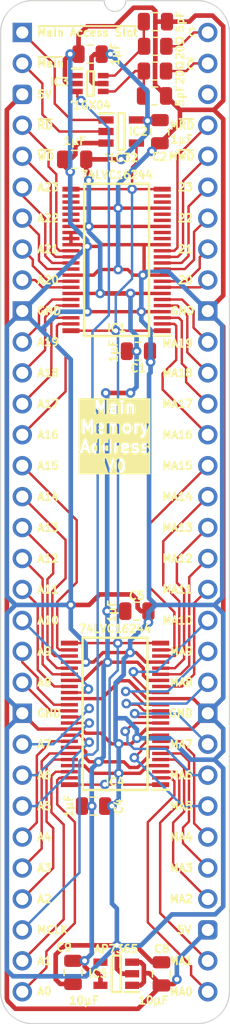
<source format=kicad_pcb>
(kicad_pcb (version 20241229) (generator "pcbnew") (generator_version "9.0")
  (title_block (title "Main Memory Address") (date "2024-02-15") (rev "V0"))
  (layers (0 "F.Cu" signal) (2 "B.Cu" signal) (13 "F.Paste" user) (15 "B.Paste" user) (5 "F.SilkS" user "F.Silkscreen") (7 "B.SilkS" user "B.Silkscreen") (1 "F.Mask" user) (3 "B.Mask" user) (25 "Edge.Cuts" user))
  (net 0 "")
  (net 1 "GND")
  (net 2 "5V")
  (net 3 "/3.3V")
  (net 6 "MA18")
  (net 7 "A20")
  (net 8 "~{RD}")
  (net 9 "MA21")
  (net 10 "A22")
  (net 11 "MA17")
  (net 12 "A18")
  (net 13 "MA22")
  (net 14 "A19")
  (net 15 "MA16")
  (net 16 "A16")
  (net 17 "~{WD}")
  (net 18 "MA19")
  (net 19 "~{Main RD}")
  (net 20 "MA20")
  (net 21 "~{Main WD}")
  (net 22 "/~{Main Access}")
  (net 23 "A23")
  (net 24 "A17")
  (net 25 "A21")
  (net 26 "MA23")
  (net 27 "~{Main Slot}")
  (net 28 "~{Main}")
  (net 30 "A14")
  (net 31 "MA4")
  (net 32 "A5")
  (net 33 "A15")
  (net 34 "MA13")
  (net 35 "A12")
  (net 36 "MA11")
  (net 37 "A7")
  (net 38 "A8")
  (net 39 "MA1")
  (net 40 "MA10")
  (net 41 "MA0")
  (net 42 "MA9")
  (net 43 "MA5")
  (net 44 "A4")
  (net 45 "MA15")
  (net 46 "A3")
  (net 47 "A1")
  (net 48 "A2")
  (net 49 "MA8")
  (net 50 "A11")
  (net 51 "A0")
  (net 52 "MA14")
  (net 53 "A10")
  (net 54 "MA6")
  (net 55 "A6")
  (net 56 "A9")
  (net 57 "MA12")
  (net 58 "MA2")
  (net 59 "MA3")
  (net 60 "A13")
  (net 61 "Net-(IC3-~{Y})")
  (net 64 "MA7")
  (net 68 "Net-(IC3-Y)")
  (net 69 "MCLK")
  (net 71 "CLK")
  (net 72 "~{CLK}")
  (footprint "SamacSys_Parts:R_0805" (layer "F.Cu") (at 10.8985 3.175 -90)
    (property "Reference" "R2" (hide yes))
    (property "Value" "20Ω")
  )
  (footprint "SamacSys_Parts:SOT95P275X110-5N" (layer "F.Cu") (at 8.128 8.128)
    (property "Reference" "IC2")
    (property "Value" "74LVC1G32GV,125" (hide yes))
  )
  (footprint "SamacSys_Parts:C_0805" (layer "F.Cu") (at 9.398 47.498 -90)
    (property "Reference" "C5")
    (property "Value" "1μF")
  )
  (footprint "SamacSys_Parts:C_0805" (layer "F.Cu") (at 10.922 -0.889 -90)
    (property "Reference" "C10" (hide yes))
    (property "Value" "5pF")
  )
  (footprint "SamacSys_Parts:C_0805" (layer "F.Cu") (at 11.430485 77.2864)
    (property "Reference" "C8")
    (property "Value" "10µF")
  )
  (footprint "SamacSys_Parts:SOP65P210X110-6N" (layer "F.Cu") (at 5.588 4.191)
    (property "Reference" "IC3")
    (property "Value" "74LVC1GX04GW,125" (hide yes))
  )
  (footprint "SamacSys_Parts:R_0805" (layer "F.Cu") (at 10.922 1.143 -90)
    (property "Reference" "R1" (hide yes))
    (property "Value" "20Ω")
  )
  (footprint "SamacSys_Parts:C_0805" (layer "F.Cu") (at 5.588 1.778 90)
    (property "Reference" "C6" (hide yes))
    (property "Value" "1μF")
  )
  (footprint "SamacSys_Parts:DIP-64_Board_W15.24mm" (layer "F.Cu") (at 0 0)
    (property "Reference" "J2" (hide yes))
    (property "Value" "Board 2x32 W15.24mm")
    (fp_line (start -1.778 78.74) (end -1.778 0) (stroke (width 0.1)) (layer "Edge.Cuts"))
    (fp_line (start 6.727456 -2.6162) (end 0.832188 -2.613732) (stroke (width 0.1)) (layer "Edge.Cuts"))
    (fp_line (start 14.400723 -2.613733) (end 8.505456 -2.6162) (stroke (width 0.1)) (layer "Edge.Cuts"))
    (fp_line (start 14.404268 81.353732) (end 0.835733 81.353733) (stroke (width 0.1)) (layer "Edge.Cuts"))
    (fp_line (start 17.018 78.74) (end 17.017999 -0.000001) (stroke (width 0.1)) (layer "Edge.Cuts"))
    (fp_arc (start -1.781544 0) (mid -1.016 -1.848188) (end 0.832188 -2.613732) (stroke (width 0.1)) (layer "Edge.Cuts"))
    (fp_arc (start 0.835733 81.353733) (mid -1.012456 80.588189) (end -1.778 78.74) (stroke (width 0.1)) (layer "Edge.Cuts"))
    (fp_arc (start 8.505456 -2.6162) (mid 7.616456 -1.7272) (end 6.727456 -2.6162) (stroke (width 0.1)) (layer "Edge.Cuts"))
    (fp_arc (start 14.404267 -2.613733) (mid 16.252455 -1.848189) (end 17.017999 -0.000001) (stroke (width 0.1)) (layer "Edge.Cuts"))
    (fp_arc (start 17.018 78.74) (mid 16.252455 80.588187) (end 14.404268 81.353732) (stroke (width 0.1)) (layer "Edge.Cuts"))
  )
  (footprint "SamacSys_Parts:C_0805" (layer "F.Cu") (at 5.842 63.5 -90)
    (property "Reference" "C4")
    (property "Value" "1μF")
  )
  (footprint "SamacSys_Parts:C_0805" (layer "F.Cu") (at 11.303 8.128 180)
    (property "Reference" "C2")
    (property "Value" "1μF")
  )
  (footprint "SamacSys_Parts:C_0805" (layer "F.Cu") (at 4.318 10.414 90)
    (property "Reference" "C3" (hide yes))
    (property "Value" "1μF")
  )
  (footprint "SamacSys_Parts:74LVC16244ADGG112" (layer "F.Cu") (at 7.747 18.669 180)
    (property "Reference" "IC1")
    (property "Value" "74LVC16244ADGG,112" (hide yes))
  )
  (footprint "SamacSys_Parts:C_0805" (layer "F.Cu") (at 10.845 5.207 -90)
    (property "Reference" "C7" (hide yes))
    (property "Value" "5pF")
  )
  (footprint "SamacSys_Parts:C_0805" (layer "F.Cu") (at 4.166085 77.134 180)
    (property "Reference" "C9")
    (property "Value" "10µF")
  )
  (footprint "SamacSys_Parts:SOT95P285X130-5N" (layer "F.Cu") (at 7.722085 77.261 180)
    (property "Reference" "IC5")
    (property "Value" "AP7365-33WG-7" (hide yes))
  )
  (footprint "SamacSys_Parts:74LVC16244ADGG112" (layer "F.Cu") (at 7.62 55.9308 180)
    (property "Reference" "IC4")
    (property "Value" "74LVC16244ADGG,112" (hide yes))
  )
  (footprint "SamacSys_Parts:C_0805" (layer "F.Cu") (at 9.525 26.162 -90)
    (property "Reference" "C1")
    (property "Value" "1μF")
  )
  (gr_text "A21" (at 1.143 17.78 0) (layer "F.SilkS") (effects (font (size 0.635 0.635)) (justify left)))
  (gr_text "GND" (at 1.143 55.88 0) (layer "F.SilkS") (effects (font (size 0.635 0.635)) (justify left)))
  (gr_text "~{WD}" (at 1.143 10.16 0) (layer "F.SilkS") (effects (font (size 0.635 0.635)) (justify left)))
  (gr_text "A13" (at 1.143 40.64 0) (layer "F.SilkS") (effects (font (size 0.635 0.635)) (justify left)))
  (gr_text "GND" (at 14.224 22.86 0) (layer "F.SilkS") (effects (font (size 0.635 0.635)) (justify right)))
  (gr_text "A19" (at 1.143 25.4 0) (layer "F.SilkS") (effects (font (size 0.635 0.635)) (justify left)))
  (gr_text "MA11" (at 14.097 45.72 0) (layer "F.SilkS") (effects (font (size 0.635 0.635)) (justify right)))
  (gr_text "5V" (at 1.143 5.08 0) (layer "F.SilkS") (effects (font (size 0.635 0.635)) (justify left)))
  (gr_text "MA8" (at 14.097 53.34 0) (layer "F.SilkS") (effects (font (size 0.635 0.635)) (justify right)))
  (gr_text "A16" (at 1.143 33.02 0) (layer "F.SilkS") (effects (font (size 0.635 0.635)) (justify left)))
  (gr_text "C" (at 14.351 0 0) (layer "F.SilkS") (effects (font (size 0.635 0.635)) (justify right)))
  (gr_text "MA10" (at 14.097 48.26 0) (layer "F.SilkS") (effects (font (size 0.635 0.635)) (justify right)))
  (gr_text "MA3" (at 14.097 68.58 0) (layer "F.SilkS") (effects (font (size 0.635 0.635)) (justify right)))
  (gr_text "A3" (at 1.143 68.58 0) (layer "F.SilkS") (effects (font (size 0.635 0.635)) (justify left)))
  (gr_text "MA5" (at 14.097 63.5 0) (layer "F.SilkS") (effects (font (size 0.635 0.635)) (justify right)))
  (gr_text "MA9" (at 14.097 50.8 0) (layer "F.SilkS") (effects (font (size 0.635 0.635)) (justify right)))
  (gr_text "A5" (at 1.143 63.5 0) (layer "F.SilkS") (effects (font (size 0.635 0.635)) (justify left)))
  (gr_text "A12" (at 1.143 43.18 0) (layer "F.SilkS") (effects (font (size 0.635 0.635)) (justify left)))
  (gr_text "21" (at 14.097 17.78 0) (layer "F.SilkS") (effects (font (size 0.635 0.635)) (justify right)))
  (gr_text "MA14" (at 14.097 38.1 0) (layer "F.SilkS") (effects (font (size 0.635 0.635)) (justify right)))
  (gr_text "23" (at 14.097 12.7 0) (layer "F.SilkS") (effects (font (size 0.635 0.635)) (justify right)))
  (gr_text "~{RD}" (at 1.143 7.62 0) (layer "F.SilkS") (effects (font (size 0.635 0.635)) (justify left)))
  (gr_text "A18" (at 1.143 27.94 0) (layer "F.SilkS") (effects (font (size 0.635 0.635)) (justify left)))
  (gr_text "A9" (at 1.143 50.8 0) (layer "F.SilkS") (effects (font (size 0.635 0.635)) (justify left)))
  (gr_text "A17" (at 1.143 30.48 0) (layer "F.SilkS") (effects (font (size 0.635 0.635)) (justify left)))
  (gr_text "A10" (at 1.143 48.26 0) (layer "F.SilkS") (effects (font (size 0.635 0.635)) (justify left)))
  (gr_text "M~{WD}" (at 14.224 10.16 0) (layer "F.SilkS") (effects (font (size 0.635 0.635)) (justify right)))
  (gr_text "MA16" (at 14.097 33.02 0) (layer "F.SilkS") (effects (font (size 0.635 0.635)) (justify right)))
  (gr_text "MA4" (at 14.097 66.04 0) (layer "F.SilkS") (effects (font (size 0.635 0.635)) (justify right)))
  (gr_text "MA2" (at 14.097 71.12 0) (layer "F.SilkS") (effects (font (size 0.635 0.635)) (justify right)))
  (gr_text "A4" (at 1.143 66.04 0) (layer "F.SilkS") (effects (font (size 0.635 0.635)) (justify left)))
  (gr_text "MA15" (at 14.097 35.56 0) (layer "F.SilkS") (effects (font (size 0.635 0.635)) (justify right)))
  (gr_text "MA1" (at 14.097 76.2 0) (layer "F.SilkS") (effects (font (size 0.635 0.635)) (justify right)))
  (gr_text "MA19" (at 14.097 25.527 0) (layer "F.SilkS") (effects (font (size 0.635 0.635)) (justify right)))
  (gr_text "A6" (at 1.143 60.96 0) (layer "F.SilkS") (effects (font (size 0.635 0.635)) (justify left)))
  (gr_text "A1" (at 1.143 76.2 0) (layer "F.SilkS") (effects (font (size 0.635 0.635)) (justify left)))
  (gr_text "A7" (at 1.143 58.42 0) (layer "F.SilkS") (effects (font (size 0.635 0.635)) (justify left)))
  (gr_text "A22" (at 1.143 15.24 0) (layer "F.SilkS") (effects (font (size 0.635 0.635)) (justify left)))
  (gr_text "A15" (at 1.143 35.56 0) (layer "F.SilkS") (effects (font (size 0.635 0.635)) (justify left)))
  (gr_text "MCLK" (at 1.143 73.66 0) (layer "F.SilkS") (effects (font (size 0.635 0.635)) (justify left)))
  (gr_text "MA13" (at 14.097 40.64 0) (layer "F.SilkS") (effects (font (size 0.635 0.635)) (justify right)))
  (gr_text "MA12" (at 14.097 43.18 0) (layer "F.SilkS") (effects (font (size 0.635 0.635)) (justify right)))
  (gr_text "5V" (at 13.97 73.66 0) (layer "F.SilkS") (effects (font (size 0.635 0.635)) (justify right)))
  (gr_text "~{Main Access Slot}" (at 1.143 0 0) (layer "F.SilkS") (effects (font (size 0.635 0.635)) (justify left)))
  (gr_text "MA18" (at 14.097 27.94 0) (layer "F.SilkS") (effects (font (size 0.635 0.635)) (justify right)))
  (gr_text "MA17" (at 14.097 30.48 0) (layer "F.SilkS") (effects (font (size 0.635 0.635)) (justify right)))
  (gr_text "A20" (at 1.143 20.32 0) (layer "F.SilkS") (effects (font (size 0.635 0.635)) (justify left)))
  (gr_text "~{C}" (at 14.224 2.667 0) (layer "F.SilkS") (effects (font (size 0.635 0.635)) (justify right)))
  (gr_text "M~{RD}" (at 14.224 7.62 0) (layer "F.SilkS") (effects (font (size 0.635 0.635)) (justify right)))
  (gr_text "A23" (at 1.143 12.7 0) (layer "F.SilkS") (effects (font (size 0.635 0.635)) (justify left)))
  (gr_text "GND" (at 1.143 22.86 0) (layer "F.SilkS") (effects (font (size 0.635 0.635)) (justify left)))
  (gr_text "A11" (at 1.143 45.72 0) (layer "F.SilkS") (effects (font (size 0.635 0.635)) (justify left)))
  (gr_text "A0" (at 1.143 78.698485 0) (layer "F.SilkS") (effects (font (size 0.635 0.635)) (justify left)))
  (gr_text "Main\nMemory\nAddress\nV0" (at 7.62 36.195 0) (layer "F.SilkS" knockout) (effects (font (size 1 1) (thickness 0.2) (bold yes)) (justify bottom)))
  (gr_text "A2" (at 1.143 71.12 0) (layer "F.SilkS") (effects (font (size 0.635 0.635)) (justify left)))
  (gr_text "~{Main}" (at 1.143 2.54 0) (layer "F.SilkS") (effects (font (size 0.635 0.635)) (justify left)))
  (gr_text "A14" (at 1.143 38.1 0) (layer "F.SilkS") (effects (font (size 0.635 0.635)) (justify left)))
  (gr_text "A8" (at 1.143 53.34 0) (layer "F.SilkS") (effects (font (size 0.635 0.635)) (justify left)))
  (gr_text "22" (at 14.097 15.24 0) (layer "F.SilkS") (effects (font (size 0.635 0.635)) (justify right)))
  (gr_text "20" (at 14.097 20.32 0) (layer "F.SilkS") (effects (font (size 0.635 0.635)) (justify right)))
  (gr_text "MA7" (at 14.097 58.42 0) (layer "F.SilkS") (effects (font (size 0.635 0.635)) (justify right)))
  (gr_text "GND" (at 14.097 55.88 0) (layer "F.SilkS") (effects (font (size 0.635 0.635)) (justify right)))
  (gr_text "MA6" (at 14.097 60.96 0) (layer "F.SilkS") (effects (font (size 0.635 0.635)) (justify right)))
  (gr_text "MA0" (at 14.097 78.74 0) (layer "F.SilkS") (effects (font (size 0.635 0.635)) (justify right)))
  (segment (start 16.51 7.112) (end 15.748 6.35) (width 0.38) (layer "F.Cu") (net 1))
  (segment (start 3.997 13.919) (end 3.997 13.419) (width 0.25) (layer "F.Cu") (net 1))
  (segment (start 4.622 0.204) (end 4.622 1.778) (width 0.38) (layer "F.Cu") (net 1))
  (segment (start 6.808 63.5) (end 7.365998 63.5) (width 0.38) (layer "F.Cu") (net 1))
  (segment (start 6.878 9.078) (end 4.638 9.078) (width 0.38) (layer "F.Cu") (net 1))
  (segment (start 5.207 51.6808) (end 3.87 51.6808) (width 0.28) (layer "F.Cu") (net 1))
  (segment (start 8.6614 19.4564) (end 7.874008 19.4564) (width 0.28) (layer "F.Cu") (net 1))
  (segment (start 3.5052 3.9877) (end 3.7085 4.191) (width 0.38) (layer "F.Cu") (net 1))
  (segment (start 8.958423 58.389461) (end 9.416999 57.930885) (width 0.28) (layer "F.Cu") (net 1))
  (segment (start 4.638 9.078) (end 4.362 9.354) (width 0.38) (layer "F.Cu") (net 1))
  (segment (start 12.954 6.35) (end 11.811 5.207) (width 0.38) (layer "F.Cu") (net 1))
  (segment (start 10.932 2.403) (end 10.932 -0.889) (width 0.38) (layer "F.Cu") (net 1))
  (segment (start 10.491 27.001006) (end 10.541 27.051006) (width 0.38) (layer "F.Cu") (net 1))
  (segment (start 10.3042 60.1808) (end 9.6774 60.8076) (width 0.28) (layer "F.Cu") (net 1))
  (segment (start 3.997 22.919) (end 5.33401 22.919) (width 0.28) (layer "F.Cu") (net 1))
  (segment (start 11.497 19.919) (end 9.124 19.919) (width 0.28) (layer "F.Cu") (net 1))
  (segment (start 10.9085 4.3045) (end 10.9085 2.4265) (width 0.38) (layer "F.Cu") (net 1))
  (segment (start 3.7085 4.191) (end 4.526 4.191) (width 0.38) (layer "F.Cu") (net 1))
  (segment (start 4.868206 57.1808) (end 5.204079 57.516673) (width 0.28) (layer "F.Cu") (net 1))
  (segment (start 11.888 -0.889) (end 10.932 -0.889) (width 0.38) (layer "F.Cu") (net 1))
  (segment (start 5.715371 60.8076) (end 7.924794 60.8076) (width 0.28) (layer "F.Cu") (net 1))
  (segment (start 10.795 17.419) (end 11.497 17.419) (width 0.28) (layer "F.Cu") (net 1))
  (segment (start 7.9248 58.389461) (end 8.958423 58.389461) (width 0.28) (layer "F.Cu") (net 1))
  (segment (start 14.224 -1.388938) (end 15.629062 -1.388938) (width 0.38) (layer "F.Cu") (net 1))
  (segment (start 11.37 54.6808) (end 14.0408 54.6808) (width 0.28) (layer "F.Cu") (net 1))
  (segment (start 5.8502 51.6808) (end 6.632 50.899) (width 0.28) (layer "F.Cu") (net 1))
  (segment (start 5.334005 17.559055) (end 6.413145 17.559055) (width 0.28) (layer "F.Cu") (net 1))
  (segment (start 9.4746 46.6086) (end 8.9924 46.1264) (width 0.38) (layer "F.Cu") (net 1))
  (segment (start 12.954 6.35) (end 12.954 7.443) (width 0.38) (layer "F.Cu") (net 1))
  (segment (start 3.937 1.778) (end 4.622 1.778) (width 0.38) (layer "F.Cu") (net 1))
  (segment (start 13.9392 57.1808) (end 15.24 55.88) (width 0.28) (layer "F.Cu") (net 1))
  (segment (start 4.166085 78.1) (end 3.1192 78.1) (width 0.38) (layer "F.Cu") (net 1))
  (segment (start 3.997 14.419) (end 7.874008 14.419) (width 0.28) (layer "F.Cu") (net 1))
  (segment (start 15.24 22.86) (end 16.51 21.59) (width 0.38) (layer "F.Cu") (net 1))
  (segment (start 16.51 21.59) (end 16.51 7.112) (width 0.38) (layer "F.Cu") (net 1))
  (segment (start 5.4864 46.99) (end 6.35 46.1264) (width 0.38) (layer "F.Cu") (net 1))
  (segment (start 8.173 77.261) (end 9.022085 77.261) (width 0.38) (layer "F.Cu") (net 1))
  (segment (start 3.997 15.419) (end 3.997 14.919) (width 0.28) (layer "F.Cu") (net 1))
  (segment (start 9.124 19.919) (end 8.6614 19.4564) (width 0.28) (layer "F.Cu") (net 1))
  (segment (start 3.87 57.1808) (end 1.3008 57.1808) (width 0.28) (layer "F.Cu") (net 1))
  (segment (start 16.51 54.61) (end 16.51 24.13) (width 0.38) (layer "F.Cu") (net 1))
  (segment (start 16.51 24.13) (end 16.38 24) (width 0.38) (layer "F.Cu") (net 1))
  (segment (start 10.932 -0.889) (end 10.932 -1.768) (width 0.38) (layer "F.Cu") (net 1))
  (segment (start 10.932 -1.768) (end 10.668 -2.032) (width 0.38) (layer "F.Cu") (net 1))
  (segment (start 6.632 50.899) (end 8.858179 50.899) (width 0.28) (layer "F.Cu") (net 1))
  (segment (start 10.2308 54.6808) (end 8.763 53.213) (width 0.28) (layer "F.Cu") (net 1))
  (segment (start 3.997 17.419) (end 4.8768 17.419) (width 0.28) (layer "F.Cu") (net 1))
  (segment (start 12.954 6.35) (end 15.748 6.35) (width 0.38) (layer "F.Cu") (net 1))
  (segment (start 3.87 60.1808) (end 5.088571 60.1808) (width 0.28) (layer "F.Cu") (net 1))
  (segment (start 5.334005 17.559055) (end 5.016855 17.559055) (width 0.28) (layer "F.Cu") (net 1))
  (segment (start 10.0076 19.8174) (end 9.906 19.919) (width 0.28) (layer "F.Cu") (net 1))
  (segment (start 11.303 9.094) (end 10.642995 9.754005) (width 0.38) (layer "F.Cu") (net 1))
  (segment (start 5.088571 60.1808) (end 5.715371 60.8076) (width 0.28) (layer "F.Cu") (net 1))
  (segment (start 7.7724 74.93) (end 7.7724 76.8604) (width 0.38) (layer "F.Cu") (net 1))
  (segment (start 9.2964 74.93) (end 7.7724 74.93) (width 0.38) (layer "F.Cu") (net 1))
  (segment (start 6.413145 17.559055) (end 6.5532 17.419) (width 0.28) (layer "F.Cu") (net 1))
  (segment (start 12.954 7.443) (end 11.303 9.094) (width 0.38) (layer "F.Cu") (net 1))
  (segment (start 4.089 10.287) (end 3.606 10.287) (width 0.38) (layer "F.Cu") (net 1))
  (segment (start 6.462673 57.516673) (end 7.335461 58.389461) (width 0.28) (layer "F.Cu") (net 1))
  (segment (start 7.335461 58.389461) (end 7.9248 58.389461) (width 0.28) (layer "F.Cu") (net 1))
  (segment (start 3.997 14.419) (end 3.997 14.919) (width 0.28) (layer "F.Cu") (net 1))
  (segment (start 9.7536 47.498) (end 9.4746 47.219) (width 0.38) (layer "F.Cu") (net 1))
  (segment (start 7.7724 76.8604) (end 8.173 77.261) (width 0.38) (layer "F.Cu") (net 1))
  (segment (start 5.016855 17.559055) (end 4.8768 17.419) (width 0.28) (layer "F.Cu") (net 1))
  (segment (start 6.5332 54.6808) (end 3.87 54.6808) (width 0.28) (layer "F.Cu") (net 1))
  (segment (start 3.1192 78.1) (end 2.7432 77.724) (width 0.38) (layer "F.Cu") (net 1))
  (segment (start 3.98401 46.99) (end 5.4864 46.99) (width 0.38) (layer "F.Cu") (net 1))
  (segment (start 3.997 19.919) (end 5.862 19.919) (width 0.28) (layer "F.Cu") (net 1))
  (segment (start 16.51 5.588) (end 15.748 6.35) (width 0.38) (layer "F.Cu") (net 1))
  (segment (start 11.497 14.419) (end 7.874008 14.419) (width 0.28) (layer "F.Cu") (net 1))
  (segment (start 11.888 -0.889) (end 13.724062 -0.889) (width 0.38) (layer "F.Cu") (net 1))
  (segment (start 2.7432 75.692) (end 3.5052 74.93) (width 0.38) (layer "F.Cu") (net 1))
  (segment (start 10.0076 17.419) (end 10.795 17.419) (width 0.28) (layer "F.Cu") (net 1))
  (segment (start 13.724062 -0.889) (end 14.224 -1.388938) (width 0.38) (layer "F.Cu") (net 1))
  (segment (start 5.204079 57.516673) (end 6.462673 57.516673) (width 0.28) (layer "F.Cu") (net 1))
  (segment (start 14.0408 54.6808) (end 15.24 55.88) (width 0.28) (layer "F.Cu") (net 1))
  (segment (start 3.997 16.919) (end 3.997 16.419) (width 0.28) (layer "F.Cu") (net 1))
  (segment (start 3.87 57.1808) (end 4.868206 57.1808) (width 0.28) (layer "F.Cu") (net 1))
  (segment (start 8.9924 46.1264) (end 6.35 46.1264) (width 0.38) (layer "F.Cu") (net 1))
  (segment (start 9.4746 47.219) (end 9.4746 46.6086) (width 0.38) (layer "F.Cu") (net 1))
  (segment (start 11.37 60.1808) (end 10.3042 60.1808) (width 0.28) (layer "F.Cu") (net 1))
  (segment (start 11.37 57.1808) (end 10.167084 57.1808) (width 0.28) (layer "F.Cu") (net 1))
  (segment (start 5.207 51.6808) (end 5.8502 51.6808) (width 0.28) (layer "F.Cu") (net 1))
  (segment (start 4.362 9.354) (end 4.362 10.014) (width 0.38) (layer "F.Cu") (net 1))
  (segment (start 9.3446 50.899) (end 8.858179 50.899) (width 0.28) (layer "F.Cu") (net 1))
  (segment (start 3.352 10.845) (end 3.937 11.43) (width 0.38) (layer "F.Cu") (net 1))
  (segment (start 3.997 13.919) (end 3.997 14.419) (width 0.25) (layer "F.Cu") (net 1))
  (segment (start 4.362 10.014) (end 4.089 10.287) (width 0.38) (layer "F.Cu") (net 1))
  (segment (start 10.364 47.498) (end 9.7536 47.498) (width 0.38) (layer "F.Cu") (net 1))
  (segment (start 3.937 1.778) (end 3.5052 2.2098) (width 0.38) (layer "F.Cu") (net 1))
  (segment (start 10.0076 17.419) (end 10.0076 19.8174) (width 0.28) (layer "F.Cu") (net 1))
  (segment (start 5.862 19.919) (end 6.3246 19.4564) (width 0.28) (layer "F.Cu") (net 1))
  (segment (start 7.62 -0.508) (end 5.334 -0.508) (width 0.38) (layer "F.Cu") (net 1))
  (segment (start 16.38 24) (end 15.24 22.86) (width 0.28) (layer "F.Cu") (net 1))
  (segment (start 3.5052 74.93) (end 7.7724 74.93) (width 0.38) (layer "F.Cu") (net 1))
  (segment (start 3.997 17.419) (end 3.997 16.919) (width 0.28) (layer "F.Cu") (net 1))
  (segment (start 11.430485 76.3204) (end 10.6868 76.3204) (width 0.38) (layer "F.Cu") (net 1))
  (segment (start 8.001 53.213) (end 6.5332 54.6808) (width 0.28) (layer "F.Cu") (net 1))
  (segment (start 10.9085 2.4265) (end 10.932 2.403) (width 0.38) (layer "F.Cu") (net 1))
  (segment (start 5.33401 22.919) (end 11.497 22.919) (width 0.28) (layer "F.Cu") (net 1))
  (segment (start 6.3246 19.4564) (end 7.874008 19.4564) (width 0.28) (layer "F.Cu") (net 1))
  (segment (start 15.24 55.88) (end 16.51 54.61) (width 0.38) (layer "F.Cu") (net 1))
  (segment (start 10.167084 57.1808) (end 9.416999 57.930885) (width 0.28) (layer "F.Cu") (net 1))
  (segment (start 16.51 -0.508) (end 16.51 5.588) (width 0.38) (layer "F.Cu") (net 1))
  (segment (start 10.1264 51.6808) (end 9.3446 50.899) (width 0.28) (layer "F.Cu") (net 1))
  (segment (start 11.37 54.6808) (end 10.2308 54.6808) (width 0.28) (layer "F.Cu") (net 1))
  (segment (start 10.491 26.162) (end 10.491 27.001006) (width 0.38) (layer "F.Cu") (net 1))
  (segment (start 6.5532 17.419) (end 10.0076 17.419) (width 0.28) (layer "F.Cu") (net 1))
  (segment (start 3.5052 2.2098) (end 3.5052 3.9877) (width 0.38) (layer "F.Cu") (net 1))
  (segment (start 1.3008 57.1808) (end 0 55.88) (width 0.28) (layer "F.Cu") (net 1))
  (segment (start 5.334 -0.508) (end 4.622 0.204) (width 0.38) (layer "F.Cu") (net 1))
  (segment (start 9.144 -2.032) (end 7.62 -0.508) (width 0.38) (layer "F.Cu") (net 1))
  (segment (start 2.7432 77.724) (end 2.7432 75.692) (width 0.38) (layer "F.Cu") (net 1))
  (segment (start 15.629062 -1.388938) (end 16.51 -0.508) (width 0.38) (layer "F.Cu") (net 1))
  (segment (start 11.37 51.6808) (end 10.1264 51.6808) (width 0.28) (layer "F.Cu") (net 1))
  (segment (start 9.6774 60.8076) (end 7.924794 60.8076) (width 0.28) (layer "F.Cu") (net 1))
  (segment (start 11.37 57.1808) (end 13.9392 57.1808) (width 0.28) (layer "F.Cu") (net 1))
  (segment (start 8.763 53.213) (end 8.001 53.213) (width 0.28) (layer "F.Cu") (net 1))
  (segment (start 11.811 5.207) (end 10.9085 4.3045) (width 0.38) (layer "F.Cu") (net 1))
  (segment (start 10.668 -2.032) (end 9.144 -2.032) (width 0.38) (layer "F.Cu") (net 1))
  (segment (start 10.6868 76.3204) (end 9.2964 74.93) (width 0.38) (layer "F.Cu") (net 1))
  (via (at 5.33401 22.919) (size 0.8) (drill 0.4) (layers "F.Cu" "B.Cu") (net 1))
  (via (at 7.874008 19.4564) (size 0.8) (drill 0.4) (layers "F.Cu" "B.Cu") (net 1))
  (via (at 5.334005 17.559055) (size 0.8) (drill 0.4) (layers "F.Cu" "B.Cu") (net 1))
  (via (at 7.7724 74.93) (size 0.8) (drill 0.4) (layers "F.Cu" "B.Cu") (net 1))
  (via (at 8.858179 50.899) (size 0.8) (drill 0.4) (layers "F.Cu" "B.Cu") (net 1))
  (via (at 10.642995 9.754005) (size 0.8) (drill 0.4) (layers "F.Cu" "B.Cu") (net 1))
  (via (at 5.207 51.6808) (size 0.8) (drill 0.4) (layers "F.Cu" "B.Cu") (net 1))
  (via (at 7.365998 63.5) (size 0.8) (drill 0.4) (layers "F.Cu" "B.Cu") (net 1))
  (via (at 3.98401 46.99) (size 0.8) (drill 0.4) (layers "F.Cu" "B.Cu") (net 1))
  (via (at 9.416999 57.930885) (size 0.8) (drill 0.4) (layers "F.Cu" "B.Cu") (net 1))
  (via (at 10.541 27.051006) (size 0.8) (drill 0.4) (layers "F.Cu" "B.Cu") (net 1))
  (via (at 3.937 1.778) (size 0.8) (drill 0.4) (layers "F.Cu" "B.Cu") (net 1))
  (via (at 3.937 11.43) (size 0.8) (drill 0.4) (layers "F.Cu" "B.Cu") (net 1))
  (via (at 9.779 22.919) (size 0.8) (drill 0.4) (layers "F.Cu" "B.Cu") (net 1))
  (via (at 10.3632 48.4124) (size 0.8) (drill 0.4) (layers "F.Cu" "B.Cu") (net 1))
  (via (at 7.9248 58.389461) (size 0.8) (drill 0.4) (layers "F.Cu" "B.Cu") (net 1))
  (via (at 9.906 19.919) (size 0.8) (drill 0.4) (layers "F.Cu" "B.Cu") (net 1))
  (via (at 7.924794 60.8076) (size 0.8) (drill 0.4) (layers "F.Cu" "B.Cu") (net 1))
  (via (at 7.874008 14.419) (size 0.8) (drill 0.4) (layers "F.Cu" "B.Cu") (net 1))
  (segment (start 8.496078 56.2864) (end 9.416999 57.207321) (width 0.38) (layer "B.Cu") (net 1))
  (segment (start 7.6648 58.129461) (end 7.6648 56.2864) (width 0.38) (layer "B.Cu") (net 1))
  (segment (start 9.779 22.919) (end 9.779 20.046) (width 0.38) (layer "B.Cu") (net 1))
  (segment (start 7.365998 71.500998) (end 7.365998 63.5) (width 0.38) (layer "B.Cu") (net 1))
  (segment (start 10.541 27.9146) (end 10.414 28.0416) (width 0.38) (layer "B.Cu") (net 1))
  (segment (start 8.333258 51.423921) (end 8.858179 50.899) (width 0.38) (layer "B.Cu") (net 1))
  (segment (start 16.51 60.4012) (end 16.51 71.7296) (width 0.38) (layer "B.Cu") (net 1))
  (segment (start 12.110085 57.930885) (end 9.416999 57.930885) (width 0.38) (layer "B.Cu") (net 1))
  (segment (start 7.6648 56.2864) (end 8.496078 56.2864) (width 0.38) (layer "B.Cu") (net 1))
  (segment (start 13.8692 59.69) (end 12.110085 57.930885) (width 0.38) (layer "B.Cu") (net 1))
  (segment (start 10.3632 48.4124) (end 8.858179 49.917421) (width 0.38) (layer "B.Cu") (net 1))
  (segment (start 5.2324 77.47) (end 7.7724 74.93) (width 0.38) (layer "B.Cu") (net 1))
  (segment (start 16.51 58.9788) (end 15.7988 59.69) (width 0.38) (layer "B.Cu") (net 1))
  (segment (start 3.0398 22.919) (end 5.33401 22.919) (width 0.38) (layer "B.Cu") (net 1))
  (segment (start 3.98401 26.84401) (end 3.98401 46.99) (width 0.38) (layer "B.Cu") (net 1))
  (segment (start 3.98401 48.94201) (end 5.207 50.165) (width 0.38) (layer "B.Cu") (net 1))
  (segment (start 15.24 22.86) (end 11.988 19.608) (width 0.38) (layer "B.Cu") (net 1))
  (segment (start -1.27 46.2788) (end -0.5588 46.99) (width 0.38) (layer "B.Cu") (net 1))
  (segment (start 15.8496 72.39) (end 12.2936 72.39) (width 0.38) (layer "B.Cu") (net 1))
  (segment (start 7.874008 14.419) (end 7.874008 12.445992) (width 0.38) (layer "B.Cu") (net 1))
  (segment (start 7.6648 53.387682) (end 8.333258 52.719224) (width 0.38) (layer "B.Cu") (net 1))
  (segment (start 9.779 20.046) (end 9.906 19.919) (width 0.38) (layer "B.Cu") (net 1))
  (segment (start 5.207 50.165) (end 5.207 51.6808) (width 0.38) (layer "B.Cu") (net 1))
  (segment (start 10.565995 9.754005) (end 10.642995 9.754005) (width 0.38) (layer "B.Cu") (net 1))
  (segment (start 3.937 11.43) (end 3.937 15.6718) (width 0.38) (layer "B.Cu") (net 1))
  (segment (start 0.03306 22.86) (end 5.334005 17.559055) (width 0.38) (layer "B.Cu") (net 1))
  (segment (start 7.7724 74.93) (end 7.7724 71.9074) (width 0.38) (layer "B.Cu") (net 1))
  (segment (start 9.779 23.6474) (end 10.541 24.4094) (width 0.38) (layer "B.Cu") (net 1))
  (segment (start 8.858179 49.917421) (end 8.858179 50.899) (width 0.38) (layer "B.Cu") (net 1))
  (segment (start 11.43 19.608) (end 10.217 19.608) (width 0.28) (layer "B.Cu") (net 1))
  (segment (start 10.972794 46.989994) (end 10.3632 47.599588) (width 0.38) (layer "B.Cu") (net 1))
  (segment (start -1.27 57.15) (end -1.27 76.962) (width 0.38) (layer "B.Cu") (net 1))
  (segment (start 7.365998 63.5) (end 7.924794 62.941204) (width 0.38) (layer "B.Cu") (net 1))
  (segment (start 7.7724 71.9074) (end 7.365998 71.500998) (width 0.38) (layer "B.Cu") (net 1))
  (segment (start 7.874008 12.445992) (end 10.565995 9.754005) (width 0.38) (layer "B.Cu") (net 1))
  (segment (start 7.9248 58.389461) (end 7.9248 60.807594) (width 0.38) (layer "B.Cu") (net 1))
  (segment (start 0 22.86) (end 3.98401 26.84401) (width 0.38) (layer "B.Cu") (net 1))
  (segment (start 5.334005 22.918995) (end 5.33401 22.919) (width 0.38) (layer "B.Cu") (net 1))
  (segment (start 7.9248 58.389461) (end 7.6648 58.129461) (width 0.38) (layer "B.Cu") (net 1))
  (segment (start 16.51 54.61) (end 15.24 55.88) (width 0.38) (layer "B.Cu") (net 1))
  (segment (start 7.924794 62.941204) (end 7.924794 60.8076) (width 0.38) (layer "B.Cu") (net 1))
  (segment (start 0 55.88) (end -1.27 54.61) (width 0.38) (layer "B.Cu") (net 1))
  (segment (start 7.874008 14.419) (end 7.874008 19.4564) (width 0.38) (layer "B.Cu") (net 1))
  (segment (start 15.798794 46.989994) (end 16.51 47.7012) (width 0.38) (layer "B.Cu") (net 1))
  (segment (start 5.334005 17.559055) (end 5.334005 22.918995) (width 0.38) (layer "B.Cu") (net 1))
  (segment (start 15.798794 46.989994) (end 10.972794 46.989994) (width 0.38) (layer "B.Cu") (net 1))
  (segment (start 0 55.88) (end -1.27 57.15) (width 0.38) (layer "B.Cu") (net 1))
  (segment (start 12.2936 72.39) (end 9.7536 74.93) (width 0.38) (layer "B.Cu") (net 1))
  (segment (start 10.414 46.4312) (end 10.414 28.0416) (width 0.38) (layer "B.Cu") (net 1))
  (segment (start 10.541 24.4094) (end 10.541 27.051006) (width 0.38) (layer "B.Cu") (net 1))
  (segment (start -1.27 47.7012) (end -0.5588 46.99) (width 0.38) (layer "B.Cu") (net 1))
  (segment (start 3.937 15.6718) (end 5.334005 17.068805) (width 0.38) (layer "B.Cu") (net 1))
  (segment (start 9.7536 74.93) (end 7.7724 74.93) (width 0.38) (layer "B.Cu") (net 1))
  (segment (start 16.51 57.15) (end 16.51 58.9788) (width 0.38) (layer "B.Cu") (net 1))
  (segment (start 3.98401 46.99) (end 3.98401 48.94201) (width 0.38) (layer "B.Cu") (net 1))
  (segment (start -0.5588 46.99) (end 3.98401 46.99) (width 0.38) (layer "B.Cu") (net 1))
  (segment (start 15.24 55.88) (end 16.51 57.15) (width 0.38) (layer "B.Cu") (net 1))
  (segment (start 9.779 22.919) (end 9.779 23.6474) (width 0.38) (layer "B.Cu") (net 1))
  (segment (start 15.7988 59.69) (end 13.8692 59.69) (width 0.38) (layer "B.Cu") (net 1))
  (segment (start 16.43 46.358788) (end 16.43 24.05) (width 0.38) (layer "B.Cu") (net 1))
  (segment (start 10.972794 46.989994) (end 10.414 46.4312) (width 0.38) (layer "B.Cu") (net 1))
  (segment (start -1.27 24.13) (end -1.27 46.2788) (width 0.38) (layer "B.Cu") (net 1))
  (segment (start 15.7988 59.69) (end 16.51 60.4012) (width 0.38) (layer "B.Cu") (net 1))
  (segment (start 15.798794 46.989994) (end 16.43 46.358788) (width 0.38) (layer "B.Cu") (net 1))
  (segment (start 10.541 27.051006) (end 10.541 27.9146) (width 0.38) (layer "B.Cu") (net 1))
  (segment (start 1.5494 24.4094) (end 3.0398 22.919) (width 0.38) (layer "B.Cu") (net 1))
  (segment (start -1.27 54.61) (end -1.27 47.7012) (width 0.38) (layer "B.Cu") (net 1))
  (segment (start 10.3632 47.599588) (end 10.3632 48.4124) (width 0.38) (layer "B.Cu") (net 1))
  (segment (start 7.6648 56.2864) (end 7.6648 53.387682) (width 0.38) (layer "B.Cu") (net 1))
  (segment (start 16.51 47.7012) (end 16.51 54.61) (width 0.38) (layer "B.Cu") (net 1))
  (segment (start -0.762 77.47) (end 5.2324 77.47) (width 0.38) (layer "B.Cu") (net 1))
  (segment (start 9.416999 57.207321) (end 9.416999 57.930885) (width 0.38) (layer "B.Cu") (net 1))
  (segment (start 16.51 71.7296) (end 15.8496 72.39) (width 0.38) (layer "B.Cu") (net 1))
  (segment (start 8.333258 52.719224) (end 8.333258 51.423921) (width 0.38) (layer "B.Cu") (net 1))
  (segment (start 7.9248 60.807594) (end 7.924794 60.8076) (width 0.38) (layer "B.Cu") (net 1))
  (segment (start 5.334005 17.068805) (end 5.334005 17.559055) (width 0.38) (layer "B.Cu") (net 1))
  (segment (start 3.937 11.43) (end 3.937 1.778) (width 0.38) (layer "B.Cu") (net 1))
  (segment (start 10.217 19.608) (end 9.906 19.919) (width 0.28) (layer "B.Cu") (net 1))
  (segment (start 11.988 19.608) (end 11.43 19.608) (width 0.38) (layer "B.Cu") (net 1))
  (segment (start -1.27 76.962) (end -0.762 77.47) (width 0.38) (layer "B.Cu") (net 1))
  (segment (start 16.43 24.05) (end 15.24 22.86) (width 0.38) (layer "B.Cu") (net 1))
  (segment (start 0 22.86) (end -1.27 24.13) (width 0.38) (layer "B.Cu") (net 1))
  (segment (start 9.7238 78.211) (end 9.022085 78.211) (width 0.38) (layer "F.Cu") (net 2))
  (segment (start -1.27 6.35) (end -1.27 79.2495) (width 0.38) (layer "F.Cu") (net 2))
  (segment (start 10.426085 77.216) (end 9.987085 77.216) (width 0.38) (layer "F.Cu") (net 2))
  (segment (start 0 5.08) (end -1.27 6.35) (width 0.38) (layer "F.Cu") (net 2))
  (segment (start 9.727085 76.311) (end 9.987085 76.571) (width 0.38) (layer "F.Cu") (net 2))
  (segment (start 9.513885 80.137) (end 11.430485 78.2204) (width 0.38) (layer "F.Cu") (net 2))
  (segment (start 11.545885 78.105) (end 12.446 78.105) (width 0.38) (layer "F.Cu") (net 2))
  (segment (start 12.7 77.851) (end 12.7 77.724) (width 0.38) (layer "F.Cu") (net 2))
  (segment (start 12.446 78.105) (end 12.7 77.851) (width 0.38) (layer "F.Cu") (net 2))
  (segment (start -1.236428 79.385706) (end -1.19 79.508126) (width 0.38) (layer "F.Cu") (net 2))
  (segment (start -1.27 79.2495) (end -1.236428 79.385706) (width 0.38) (layer "F.Cu") (net 2))
  (segment (start 9.157441 76.311) (end 9.727085 76.311) (width 0.38) (layer "F.Cu") (net 2))
  (segment (start 9.987085 77.216) (end 9.987085 77.947715) (width 0.38) (layer "F.Cu") (net 2))
  (segment (start 9.987085 76.571) (end 9.987085 77.216) (width 0.38) (layer "F.Cu") (net 2))
  (segment (start -0.561126 80.137) (end 9.513885 80.137) (width 0.38) (layer "F.Cu") (net 2))
  (segment (start 11.430485 78.2204) (end 10.426085 77.216) (width 0.38) (layer "F.Cu") (net 2))
  (segment (start -1.19 79.508126) (end -0.561126 80.137) (width 0.38) (layer "F.Cu") (net 2))
  (segment (start 9.987085 77.947715) (end 9.7238 78.211) (width 0.38) (layer "F.Cu") (net 2))
  (via (at 12.7 77.724) (size 0.8) (drill 0.4) (layers "F.Cu" "B.Cu") (net 2))
  (segment (start 12.7 76.2) (end 12.7 77.724) (width 0.38) (layer "B.Cu") (net 2))
  (segment (start 15.24 73.66) (end 12.7 76.2) (width 0.38) (layer "B.Cu") (net 2))
  (segment (start 8.464 47.498) (end 6.973 47.498) (width 0.38) (layer "F.Cu") (net 3))
  (segment (start 5.708 63.5) (end 4.908 63.5) (width 0.38) (layer "F.Cu") (net 3))
  (segment (start 5.457085 77.001) (end 5.9826 77.001) (width 0.38) (layer "F.Cu") (net 3))
  (segment (start 5.252 10.414) (end 8.128003 10.413999) (width 0.38) (layer "F.Cu") (net 3))
  (segment (start 5.6896 2.032) (end 5.6896 4.0231) (width 0.38) (layer "F.Cu") (net 3))
  (segment (start 5.252 10.414) (end 5.252 11.321587) (width 0.38) (layer "F.Cu") (net 3))
  (segment (start 9.944343 52.177565) (end 9.455778 51.689) (width 0.28) (layer "F.Cu") (net 3))
  (segment (start 10.33 58.7008) (end 10.33 59.476178) (width 0.28) (layer "F.Cu") (net 3))
  (segment (start 5.462006 15.919) (end 5.462013 15.918993) (width 0.28) (layer "F.Cu") (net 3))
  (segment (start 11.37 58.6808) (end 10.35 58.6808) (width 0.28) (layer "F.Cu") (net 3))
  (segment (start 5.9436 1.778) (end 5.6896 2.032) (width 0.38) (layer "F.Cu") (net 3))
  (segment (start 10.33 59.476178) (end 9.478578 60.3276) (width 0.28) (layer "F.Cu") (net 3))
  (segment (start 4.853071 58.6808) (end 3.87 58.6808) (width 0.28) (layer "F.Cu") (net 3))
  (segment (start 5.217136 59.573136) (end 5.217136 59.044864) (width 0.28) (layer "F.Cu") (net 3))
  (segment (start 5.8575 4.191) (end 6.65 4.191) (width 0.38) (layer "F.Cu") (net 3))
  (segment (start 11.37 53.1808) (end 10.35 53.1808) (width 0.28) (layer "F.Cu") (net 3))
  (segment (start 11.25799 7.23901) (end 10.287 7.23901) (width 0.38) (layer "F.Cu") (net 3))
  (segment (start 8.89 21.419) (end 6.4008 21.419) (width 0.38) (layer "F.Cu") (net 3))
  (segment (start 5.252 11.321587) (end 5.462013 11.5316) (width 0.38) (layer "F.Cu") (net 3))
  (segment (start 5.46202 15.919) (end 5.462013 15.918993) (width 0.28) (layer "F.Cu") (net 3))
  (segment (start 6.27073 59.86473) (end 5.50873 59.86473) (width 0.28) (layer "F.Cu") (net 3))
  (segment (start 9.944343 52.775143) (end 9.944343 52.177565) (width 0.28) (layer "F.Cu") (net 3))
  (segment (start 5.217136 59.044864) (end 4.853071 58.6808) (width 0.28) (layer "F.Cu") (net 3))
  (segment (start 6.422085 77.440485) (end 6.422085 78.211) (width 0.38) (layer "F.Cu") (net 3))
  (segment (start 8.89 29.591) (end 6.857994 29.591) (width 0.38) (layer "F.Cu") (net 3))
  (segment (start 8.89 21.419) (end 11.497 21.419) (width 0.28) (layer "F.Cu") (net 3))
  (segment (start 8.346443 59.86473) (end 6.27073 59.86473) (width 0.28) (layer "F.Cu") (net 3))
  (segment (start 10.35 53.1808) (end 9.944343 52.775143) (width 0.28) (layer "F.Cu") (net 3))
  (segment (start 8.809313 60.3276) (end 8.346443 59.86473) (width 0.28) (layer "F.Cu") (net 3))
  (segment (start 5.031047 53.1808) (end 6.522847 51.689) (width 0.28) (layer "F.Cu") (net 3))
  (segment (start 4.166085 76.2) (end 5.120593 76.2) (width 0.38) (layer "F.Cu") (net 3))
  (segment (start 11.497 15.919) (end 5.46202 15.919) (width 0.28) (layer "F.Cu") (net 3))
  (segment (start 10.35 58.6808) (end 10.33 58.7008) (width 0.28) (layer "F.Cu") (net 3))
  (segment (start 3.997 15.919) (end 5.462006 15.919) (width 0.28) (layer "F.Cu") (net 3))
  (segment (start 3.87 53.1808) (end 5.031047 53.1808) (width 0.28) (layer "F.Cu") (net 3))
  (segment (start 9.455778 51.689) (end 7.003258 51.689) (width 0.28) (layer "F.Cu") (net 3))
  (segment (start 3.997 21.419) (end 6.4008 21.419) (width 0.28) (layer "F.Cu") (net 3))
  (segment (start 5.50873 59.86473) (end 5.217136 59.573136) (width 0.28) (layer "F.Cu") (net 3))
  (segment (start 5.120593 76.664508) (end 5.457085 77.001) (width 0.38) (layer "F.Cu") (net 3))
  (segment (start 8.591 26.162) (end 9.391 26.162) (width 0.38) (layer "F.Cu") (net 3))
  (segment (start 7.239 1.778) (end 6.522 1.778) (width 0.38) (layer "F.Cu") (net 3))
  (segment (start 5.462013 11.5316) (end 5.462013 12.1412) (width 0.38) (layer "F.Cu") (net 3))
  (segment (start 5.6896 4.0231) (end 5.8575 4.191) (width 0.38) (layer "F.Cu") (net 3))
  (segment (start 6.522847 51.689) (end 7.003258 51.689) (width 0.28) (layer "F.Cu") (net 3))
  (segment (start 9.378 7.178) (end 10.22599 7.178) (width 0.38) (layer "F.Cu") (net 3))
  (segment (start 6.522 1.778) (end 5.9436 1.778) (width 0.38) (layer "F.Cu") (net 3))
  (segment (start 5.120593 76.2) (end 5.120593 76.664508) (width 0.38) (layer "F.Cu") (net 3))
  (segment (start 10.22599 7.178) (end 10.287 7.23901) (width 0.38) (layer "F.Cu") (net 3))
  (segment (start 5.9826 77.001) (end 6.422085 77.440485) (width 0.38) (layer "F.Cu") (net 3))
  (segment (start 9.478578 60.3276) (end 8.809313 60.3276) (width 0.28) (layer "F.Cu") (net 3))
  (via (at 9.391 26.162) (size 0.8) (drill 0.4) (layers "F.Cu" "B.Cu") (net 3))
  (via (at 7.239 1.778) (size 0.8) (drill 0.4) (layers "F.Cu" "B.Cu") (net 3))
  (via (at 5.462013 15.918993) (size 0.8) (drill 0.4) (layers "F.Cu" "B.Cu") (net 3))
  (via (at 8.89 21.419) (size 0.8) (drill 0.4) (layers "F.Cu" "B.Cu") (net 3))
  (via (at 10.287 7.23901) (size 0.8) (drill 0.4) (layers "F.Cu" "B.Cu") (net 3))
  (via (at 6.27073 59.86473) (size 0.8) (drill 0.4) (layers "F.Cu" "B.Cu") (net 3))
  (via (at 8.89 29.591) (size 0.8) (drill 0.4) (layers "F.Cu" "B.Cu") (net 3))
  (via (at 6.4008 21.419) (size 0.8) (drill 0.4) (layers "F.Cu" "B.Cu") (net 3))
  (via (at 5.120593 76.2) (size 0.8) (drill 0.4) (layers "F.Cu" "B.Cu") (net 3))
  (via (at 6.857994 29.591) (size 0.8) (drill 0.4) (layers "F.Cu" "B.Cu") (net 3))
  (via (at 8.128003 10.413999) (size 0.8) (drill 0.4) (layers "F.Cu" "B.Cu") (net 3))
  (via (at 6.973 47.498) (size 0.8) (drill 0.4) (layers "F.Cu" "B.Cu") (net 3))
  (via (at 5.462013 12.1412) (size 0.8) (drill 0.4) (layers "F.Cu" "B.Cu") (net 3))
  (via (at 7.003258 51.689) (size 0.8) (drill 0.4) (layers "F.Cu" "B.Cu") (net 3))
  (via (at 5.708 63.5) (size 0.8) (drill 0.4) (layers "F.Cu" "B.Cu") (net 3))
  (segment (start 8.89 24.384) (end 8.89 21.419) (width 0.38) (layer "B.Cu") (net 3))
  (segment (start 6.973 47.498) (end 7.003258 47.528258) (width 0.38) (layer "B.Cu") (net 3))
  (segment (start 9.391 26.162) (end 9.391 29.09) (width 0.38) (layer "B.Cu") (net 3))
  (segment (start 10.287 7.23901) (end 10.287 8.255002) (width 0.38) (layer "B.Cu") (net 3))
  (segment (start 6.6848 52.007458) (end 6.6848 59.45066) (width 0.38) (layer "B.Cu") (net 3))
  (segment (start 5.462013 16.376569) (end 6.4008 17.315356) (width 0.38) (layer "B.Cu") (net 3))
  (segment (start 5.708 63.5) (end 5.708 60.42746) (width 0.38) (layer "B.Cu") (net 3))
  (segment (start 5.462013 15.918993) (end 5.462013 16.376569) (width 0.38) (layer "B.Cu") (net 3))
  (segment (start 10.287 8.255002) (end 8.128003 10.413999) (width 0.38) (layer "B.Cu") (net 3))
  (segment (start 5.462013 15.918993) (end 5.462013 12.1412) (width 0.38) (layer "B.Cu") (net 3))
  (segment (start 10.287 4.826) (end 7.239 1.778) (width 0.38) (layer "B.Cu") (net 3))
  (segment (start 5.708 60.42746) (end 6.27073 59.86473) (width 0.38) (layer "B.Cu") (net 3))
  (segment (start 7.003258 47.528258) (end 7.003258 51.689) (width 0.38) (layer "B.Cu") (net 3))
  (segment (start 6.6848 59.45066) (end 6.27073 59.86473) (width 0.38) (layer "B.Cu") (net 3))
  (segment (start 7.003258 51.689) (end 6.6848 52.007458) (width 0.38) (layer "B.Cu") (net 3))
  (segment (start 5.708 63.5) (end 5.708 75.612593) (width 0.38) (layer "B.Cu") (net 3))
  (segment (start 9.391 26.162) (end 9.391 24.885) (width 0.38) (layer "B.Cu") (net 3))
  (segment (start 9.391 24.885) (end 8.89 24.384) (width 0.38) (layer "B.Cu") (net 3))
  (segment (start 5.708 75.612593) (end 5.120593 76.2) (width 0.38) (layer "B.Cu") (net 3))
  (segment (start 6.4008 17.315356) (end 6.4008 21.419) (width 0.38) (layer "B.Cu") (net 3))
  (segment (start 6.973 29.706006) (end 6.973 47.498) (width 0.38) (layer "B.Cu") (net 3))
  (segment (start 9.391 29.09) (end 8.89 29.591) (width 0.38) (layer "B.Cu") (net 3))
  (segment (start 6.857994 29.591) (end 6.973 29.706006) (width 0.38) (layer "B.Cu") (net 3))
  (segment (start 10.287 7.23901) (end 10.287 4.826) (width 0.38) (layer "B.Cu") (net 3))
  (segment (start 13.5564 23.2214) (end 12.754 22.419) (width 0.2) (layer "F.Cu") (net 6))
  (segment (start 12.754 22.419) (end 11.497 22.419) (width 0.2) (layer "F.Cu") (net 6))
  (segment (start 15.24 27.94) (end 13.5564 26.2564) (width 0.2) (layer "F.Cu") (net 6))
  (segment (start 13.5564 26.2564) (end 13.5564 23.2214) (width 0.2) (layer "F.Cu") (net 6))
  (segment (start 0 20.32) (end 1.052 20.32) (width 0.2) (layer "F.Cu") (net 7))
  (segment (start 1.052 20.32) (end 1.651 20.919) (width 0.2) (layer "F.Cu") (net 7))
  (segment (start 1.651 20.919) (end 3.997 20.919) (width 0.2) (layer "F.Cu") (net 7))
  (segment (start 2.794 17.653) (end 2.794 11.640504) (width 0.2) (layer "F.Cu") (net 8))
  (segment (start 2.794 11.640504) (end 2.159 11.005504) (width 0.2) (layer "F.Cu") (net 8))
  (segment (start 3.997 17.919) (end 3.06 17.919) (width 0.2) (layer "F.Cu") (net 8))
  (segment (start 2.159 11.005504) (end 2.159 9.779) (width 0.2) (layer "F.Cu") (net 8))
  (segment (start 2.159 9.779) (end 0 7.62) (width 0.2) (layer "F.Cu") (net 8))
  (segment (start 3.06 17.919) (end 2.794 17.653) (width 0.2) (layer "F.Cu") (net 8))
  (segment (start 11.497 20.419) (end 13.5154 20.419) (width 0.2) (layer "F.Cu") (net 9))
  (segment (start 14.5796 19.3548) (end 14.5796 18.4404) (width 0.2) (layer "F.Cu") (net 9))
  (segment (start 14.5796 18.4404) (end 15.24 17.78) (width 0.2) (layer "F.Cu") (net 9))
  (segment (start 13.5154 20.419) (end 14.5796 19.3548) (width 0.2) (layer "F.Cu") (net 9))
  (segment (start 1.3716 16.6116) (end 1.3716 18.7452) (width 0.2) (layer "F.Cu") (net 10))
  (segment (start 0 15.24) (end 1.3716 16.6116) (width 0.2) (layer "F.Cu") (net 10))
  (segment (start 1.3716 18.7452) (end 2.0454 19.419) (width 0.2) (layer "F.Cu") (net 10))
  (segment (start 2.0454 19.419) (end 3.997 19.419) (width 0.2) (layer "F.Cu") (net 10))
  (segment (start 13.1064 23.6728) (end 12.8526 23.419) (width 0.2) (layer "F.Cu") (net 11))
  (segment (start 12.8526 23.419) (end 11.497 23.419) (width 0.2) (layer "F.Cu") (net 11))
  (segment (start 13.1064 27.1708) (end 13.1064 23.6728) (width 0.2) (layer "F.Cu") (net 11))
  (segment (start 13.462 28.702) (end 13.462 27.5264) (width 0.2) (layer "F.Cu") (net 11))
  (segment (start 13.462 27.5264) (end 13.1064 27.1708) (width 0.2) (layer "F.Cu") (net 11))
  (segment (start 15.24 30.48) (end 13.462 28.702) (width 0.2) (layer "F.Cu") (net 11))
  (segment (start 1.8796 26.0604) (end 1.8796 23.368) (width 0.2) (layer "F.Cu") (net 12))
  (segment (start 0 27.94) (end 1.8796 26.0604) (width 0.2) (layer "F.Cu") (net 12))
  (segment (start 1.8796 23.368) (end 2.8286 22.419) (width 0.2) (layer "F.Cu") (net 12))
  (segment (start 2.8286 22.419) (end 3.997 22.419) (width 0.2) (layer "F.Cu") (net 12))
  (segment (start 11.497 19.419) (end 13.347 19.419) (width 0.2) (layer "F.Cu") (net 13))
  (segment (start 13.347 19.419) (end 14.115 18.651) (width 0.2) (layer "F.Cu") (net 13))
  (segment (start 14.115 16.365) (end 15.24 15.24) (width 0.2) (layer "F.Cu") (net 13))
  (segment (start 14.115 18.651) (end 14.115 16.365) (width 0.2) (layer "F.Cu") (net 13))
  (segment (start 1.3716 24.0284) (end 1.3716 23.0124) (width 0.2) (layer "F.Cu") (net 14))
  (segment (start 0 25.4) (end 1.3716 24.0284) (width 0.2) (layer "F.Cu") (net 14))
  (segment (start 1.3716 23.0124) (end 2.465 21.919) (width 0.2) (layer "F.Cu") (net 14))
  (segment (start 2.465 21.919) (end 3.997 21.919) (width 0.2) (layer "F.Cu") (net 14))
  (segment (start 12.6492 24.0812) (end 12.6492 26.8732) (width 0.2) (layer "F.Cu") (net 15))
  (segment (start 11.5316 27.9908) (end 11.5316 29.3116) (width 0.2) (layer "F.Cu") (net 15))
  (segment (start 12.6492 26.8732) (end 11.5316 27.9908) (width 0.2) (layer "F.Cu") (net 15))
  (segment (start 12.487 23.919) (end 12.6492 24.0812) (width 0.2) (layer "F.Cu") (net 15))
  (segment (start 11.5316 29.3116) (end 15.24 33.02) (width 0.2) (layer "F.Cu") (net 15))
  (segment (start 11.497 23.919) (end 12.487 23.919) (width 0.2) (layer "F.Cu") (net 15))
  (segment (start 2.8448 25.7048) (end 2.8448 24.0812) (width 0.2) (layer "F.Cu") (net 16))
  (segment (start 2.8448 24.0812) (end 3.007 23.919) (width 0.2) (layer "F.Cu") (net 16))
  (segment (start 3.007 23.919) (end 3.997 23.919) (width 0.2) (layer "F.Cu") (net 16))
  (segment (start 3.556 26.416) (end 2.8448 25.7048) (width 0.2) (layer "F.Cu") (net 16))
  (segment (start 3.556 29.464) (end 3.556 26.416) (width 0.2) (layer "F.Cu") (net 16))
  (segment (start 0 33.02) (end 3.556 29.464) (width 0.2) (layer "F.Cu") (net 16))
  (segment (start 2.3368 12.4968) (end 2.3368 18.034) (width 0.2) (layer "F.Cu") (net 17))
  (segment (start 0 10.16) (end 2.3368 12.4968) (width 0.2) (layer "F.Cu") (net 17))
  (segment (start 2.7218 18.419) (end 3.997 18.419) (width 0.2) (layer "F.Cu") (net 17))
  (segment (start 2.3368 18.034) (end 2.7218 18.419) (width 0.2) (layer "F.Cu") (net 17))
  (segment (start 13.1306 21.919) (end 11.497 21.919) (width 0.2) (layer "F.Cu") (net 18))
  (segment (start 14.0716 24.2316) (end 14.0716 22.86) (width 0.2) (layer "F.Cu") (net 18))
  (segment (start 15.24 25.4) (end 14.0716 24.2316) (width 0.2) (layer "F.Cu") (net 18))
  (segment (start 14.0716 22.86) (end 13.1306 21.919) (width 0.2) (layer "F.Cu") (net 18))
  (segment (start 11.497 17.919) (end 12.487 17.919) (width 0.2) (layer "F.Cu") (net 19))
  (segment (start 12.7508 17.6552) (end 12.7508 10.1092) (width 0.2) (layer "F.Cu") (net 19))
  (segment (start 12.7508 10.1092) (end 15.24 7.62) (width 0.2) (layer "F.Cu") (net 19))
  (segment (start 12.487 17.919) (end 12.7508 17.6552) (width 0.2) (layer "F.Cu") (net 19))
  (segment (start 15.24 20.32) (end 14.641 20.919) (width 0.2) (layer "F.Cu") (net 20))
  (segment (start 14.641 20.919) (end 11.497 20.919) (width 0.2) (layer "F.Cu") (net 20))
  (segment (start 12.7722 18.419) (end 13.208 17.9832) (width 0.2) (layer "F.Cu") (net 21))
  (segment (start 13.208 12.192) (end 15.24 10.16) (width 0.2) (layer "F.Cu") (net 21))
  (segment (start 11.497 18.419) (end 12.7722 18.419) (width 0.2) (layer "F.Cu") (net 21))
  (segment (start 13.208 17.9832) (end 13.208 12.192) (width 0.2) (layer "F.Cu") (net 21))
  (segment (start 3.87 50.1208) (end 7.843258 50.1208) (width 0.2) (layer "F.Cu") (net 22))
  (segment (start 11.497 24.479) (end 7.68 24.479) (width 0.2) (layer "F.Cu") (net 22))
  (segment (start 9.378 9.078) (end 9.378 10.688) (width 0.2) (layer "F.Cu") (net 22))
  (segment (start 11.37 61.7408) (end 6.7988 61.7408) (width 0.2) (layer "F.Cu") (net 22))
  (segment (start 9.378 10.688) (end 9.017 11.049) (width 0.2) (layer "F.Cu") (net 22))
  (segment (start 3.997 12.859) (end 9.017006 12.859) (width 0.2) (layer "F.Cu") (net 22))
  (segment (start 11.37 50.1208) (end 7.843258 50.1208) (width 0.2) (layer "F.Cu") (net 22))
  (segment (start 3.87 61.7408) (end 6.7612 61.7408) (width 0.2) (layer "F.Cu") (net 22))
  (segment (start 9.017 12.858994) (end 9.017006 12.859) (width 0.2) (layer "F.Cu") (net 22))
  (segment (start 9.017 11.049) (end 9.017 12.858994) (width 0.2) (layer "F.Cu") (net 22))
  (segment (start 6.7988 61.7408) (end 6.78 61.722) (width 0.2) (layer "F.Cu") (net 22))
  (segment (start 3.997 24.479) (end 7.68 24.479) (width 0.2) (layer "F.Cu") (net 22))
  (segment (start 11.497 12.859) (end 9.017006 12.859) (width 0.2) (layer "F.Cu") (net 22))
  (segment (start 6.7612 61.7408) (end 6.78 61.722) (width 0.2) (layer "F.Cu") (net 22))
  (via (at 7.843258 50.1208) (size 0.8) (drill 0.4) (layers "F.Cu" "B.Cu") (net 22))
  (via (at 9.017006 12.859) (size 0.8) (drill 0.4) (layers "F.Cu" "B.Cu") (net 22))
  (via (at 7.68 24.479) (size 0.8) (drill 0.4) (layers "F.Cu" "B.Cu") (net 22))
  (via (at 6.78 61.722) (size 0.8) (drill 0.4) (layers "F.Cu" "B.Cu") (net 22))
  (segment (start 7.843258 52.354742) (end 7.843258 50.1208) (width 0.2) (layer "B.Cu") (net 22))
  (segment (start 7.862 24.661) (end 7.862 50.102058) (width 0.2) (layer "B.Cu") (net 22))
  (segment (start 7.1748 53.0232) (end 7.843258 52.354742) (width 0.2) (layer "B.Cu") (net 22))
  (segment (start 9.017006 20.231333) (end 7.68 21.568339) (width 0.2) (layer "B.Cu") (net 22))
  (segment (start 7.68 21.568339) (end 7.68 24.479) (width 0.2) (layer "B.Cu") (net 22))
  (segment (start 7.1748 61.3272) (end 7.1748 53.0232) (width 0.2) (layer "B.Cu") (net 22))
  (segment (start 6.78 61.722) (end 7.1748 61.3272) (width 0.2) (layer "B.Cu") (net 22))
  (segment (start 7.862 50.102058) (end 7.843258 50.1208) (width 0.2) (layer "B.Cu") (net 22))
  (segment (start 9.017006 12.859) (end 9.017006 20.231333) (width 0.2) (layer "B.Cu") (net 22))
  (segment (start 7.68 24.479) (end 7.862 24.661) (width 0.2) (layer "B.Cu") (net 22))
  (segment (start 1.8868 18.346) (end 2.4598 18.919) (width 0.2) (layer "F.Cu") (net 23))
  (segment (start 1.8868 15.259202) (end 1.8868 18.346) (width 0.2) (layer "F.Cu") (net 23))
  (segment (start 2.4598 18.919) (end 3.997 18.919) (width 0.2) (layer "F.Cu") (net 23))
  (segment (start 0 13.372402) (end 1.8868 15.259202) (width 0.2) (layer "F.Cu") (net 23))
  (segment (start 0 30.48) (end 2.3876 28.0924) (width 0.2) (layer "F.Cu") (net 24))
  (segment (start 2.6922 23.419) (end 3.997 23.419) (width 0.2) (layer "F.Cu") (net 24))
  (segment (start 2.3876 28.0924) (end 2.3876 23.7236) (width 0.2) (layer "F.Cu") (net 24))
  (segment (start 2.3876 23.7236) (end 2.6922 23.419) (width 0.2) (layer "F.Cu") (net 24))
  (segment (start 0.8636 19.1516) (end 2.131 20.419) (width 0.2) (layer "F.Cu") (net 25))
  (segment (start 0 17.78) (end 0.8636 18.6436) (width 0.2) (layer "F.Cu") (net 25))
  (segment (start 2.131 20.419) (end 3.997 20.419) (width 0.2) (layer "F.Cu") (net 25))
  (segment (start 0.8636 18.6436) (end 0.8636 19.1516) (width 0.2) (layer "F.Cu") (net 25))
  (segment (start 13.658 14.282) (end 15.24 12.7) (width 0.2) (layer "F.Cu") (net 26))
  (segment (start 13.085 18.919) (end 13.658 18.346) (width 0.2) (layer "F.Cu") (net 26))
  (segment (start 13.658 18.346) (end 13.658 14.282) (width 0.2) (layer "F.Cu") (net 26))
  (segment (start 11.497 18.919) (end 13.085 18.919) (width 0.2) (layer "F.Cu") (net 26))
  (segment (start 2.667 5.842) (end 4.003 7.178) (width 0.2) (layer "F.Cu") (net 27))
  (segment (start 2.667 2.667) (end 2.667 5.842) (width 0.2) (layer "F.Cu") (net 27))
  (segment (start 4.003 7.178) (end 6.878 7.178) (width 0.2) (layer "F.Cu") (net 27))
  (segment (start 0 0) (end 2.667 2.667) (width 0.2) (layer "F.Cu") (net 27))
  (segment (start 3.048 8.128) (end 1.651 6.731) (width 0.2) (layer "F.Cu") (net 28))
  (segment (start 1.651 4.191) (end 0 2.54) (width 0.2) (layer "F.Cu") (net 28))
  (segment (start 6.878 8.128) (end 3.048 8.128) (width 0.2) (layer "F.Cu") (net 28))
  (segment (start 1.651 6.731) (end 1.651 4.191) (width 0.2) (layer "F.Cu") (net 28))
  (segment (start 2.47 45.8916) (end 3.556 44.8056) (width 0.2) (layer "F.Cu") (net 30))
  (segment (start 2.47 50.984) (end 2.47 45.8916) (width 0.2) (layer "F.Cu") (net 30))
  (segment (start 3.87 51.1808) (end 2.6668 51.1808) (width 0.2) (layer "F.Cu") (net 30))
  (segment (start 3.556 44.8056) (end 3.556 41.656) (width 0.2) (layer "F.Cu") (net 30))
  (segment (start 2.6668 51.1808) (end 2.47 50.984) (width 0.2) (layer "F.Cu") (net 30))
  (segment (start 3.556 41.656) (end 0 38.1) (width 0.2) (layer "F.Cu") (net 30))
  (segment (start 12.9688 58.1808) (end 11.37 58.1808) (width 0.2) (layer "F.Cu") (net 31))
  (segment (start 14.1224 64.9224) (end 14.1224 59.3344) (width 0.2) (layer "F.Cu") (net 31))
  (segment (start 14.1224 59.3344) (end 12.9688 58.1808) (width 0.2) (layer "F.Cu") (net 31))
  (segment (start 15.24 66.04) (end 14.1224 64.9224) (width 0.2) (layer "F.Cu") (net 31))
  (segment (start 4.745952 57.6808) (end 5.321825 58.256673) (width 0.2) (layer "F.Cu") (net 32))
  (segment (start 5.321825 58.256673) (end 5.4948 58.256673) (width 0.2) (layer "F.Cu") (net 32))
  (segment (start 3.87 57.6808) (end 4.745952 57.6808) (width 0.2) (layer "F.Cu") (net 32))
  (via (at 5.4948 58.256673) (size 0.8) (drill 0.4) (layers "F.Cu" "B.Cu") (net 32))
  (segment (start 1.143 63.5) (end 4.191 60.452) (width 0.2) (layer "B.Cu") (net 32))
  (segment (start 4.191 59.560473) (end 5.4948 58.256673) (width 0.2) (layer "B.Cu") (net 32))
  (segment (start 0 63.5) (end 1.143 63.5) (width 0.2) (layer "B.Cu") (net 32))
  (segment (start 4.191 60.452) (end 4.191 59.560473) (width 0.2) (layer "B.Cu") (net 32))
  (segment (start 2.87 50.4952) (end 3.0556 50.6808) (width 0.2) (layer "F.Cu") (net 33))
  (segment (start 4.4704 45.1356) (end 2.87 46.736) (width 0.2) (layer "F.Cu") (net 33))
  (segment (start 4.4704 40.0304) (end 4.4704 45.1356) (width 0.2) (layer "F.Cu") (net 33))
  (segment (start 2.87 46.736) (end 2.87 50.4952) (width 0.2) (layer "F.Cu") (net 33))
  (segment (start 3.0556 50.6808) (end 3.87 50.6808) (width 0.2) (layer "F.Cu") (net 33))
  (segment (start 0 35.56) (end 4.4704 40.0304) (width 0.2) (layer "F.Cu") (net 33))
  (segment (start 12.7 45.1612) (end 12.7 43.18) (width 0.2) (layer "F.Cu") (net 34))
  (segment (start 13.296798 45.757998) (end 12.7 45.1612) (width 0.2) (layer "F.Cu") (net 34))
  (segment (start 11.37 52.1808) (end 12.5384 52.1808) (width 0.2) (layer "F.Cu") (net 34))
  (segment (start 12.7 43.18) (end 15.24 40.64) (width 0.2) (layer "F.Cu") (net 34))
  (segment (start 12.5384 52.1808) (end 13.296798 51.422402) (width 0.2) (layer "F.Cu") (net 34))
  (segment (start 13.296798 51.422402) (end 13.296798 45.757998) (width 0.2) (layer "F.Cu") (net 34))
  (segment (start 1.67 51.8604) (end 2.4904 52.6808) (width 0.2) (layer "F.Cu") (net 35))
  (segment (start 1.67 44.85) (end 1.67 51.8604) (width 0.2) (layer "F.Cu") (net 35))
  (segment (start 2.4904 52.6808) (end 3.87 52.6808) (width 0.2) (layer "F.Cu") (net 35))
  (segment (start 0 43.18) (end 1.67 44.85) (width 0.2) (layer "F.Cu") (net 35))
  (segment (start 14.1224 46.8376) (end 14.1224 52.6796) (width 0.2) (layer "F.Cu") (net 36))
  (segment (start 15.24 45.72) (end 14.1224 46.8376) (width 0.2) (layer "F.Cu") (net 36))
  (segment (start 13.1212 53.6808) (end 11.37 53.6808) (width 0.2) (layer "F.Cu") (net 36))
  (segment (start 14.1224 52.6796) (end 13.1212 53.6808) (width 0.2) (layer "F.Cu") (net 36))
  (segment (start 5.4948 55.481583) (end 5.4948 55.496) (width 0.2) (layer "F.Cu") (net 37))
  (segment (start 4.81 56.1808) (end 3.87 56.1808) (width 0.2) (layer "F.Cu") (net 37))
  (segment (start 5.4948 55.496) (end 4.81 56.1808) (width 0.2) (layer "F.Cu") (net 37))
  (via (at 5.4948 55.481583) (size 0.8) (drill 0.4) (layers "F.Cu" "B.Cu") (net 37))
  (segment (start 2.556383 58.42) (end 0 58.42) (width 0.2) (layer "B.Cu") (net 37))
  (segment (start 5.4948 55.481583) (end 2.556383 58.42) (width 0.2) (layer "B.Cu") (net 37))
  (segment (start 2.3408 55.6808) (end 3.87 55.6808) (width 0.2) (layer "F.Cu") (net 38))
  (segment (start 0 53.34) (end 2.3408 55.6808) (width 0.2) (layer "F.Cu") (net 38))
  (segment (start 11.3284 72.2884) (end 11.3284 64.8652) (width 0.2) (layer "F.Cu") (net 39))
  (segment (start 15.24 76.2) (end 11.3284 72.2884) (width 0.2) (layer "F.Cu") (net 39))
  (segment (start 12.8968 63.2968) (end 12.8968 61.0552) (width 0.2) (layer "F.Cu") (net 39))
  (segment (start 12.8968 61.0552) (end 12.5224 60.6808) (width 0.2) (layer "F.Cu") (net 39))
  (segment (start 11.3284 64.8652) (end 12.8968 63.2968) (width 0.2) (layer "F.Cu") (net 39))
  (segment (start 12.5224 60.6808) (end 11.37 60.6808) (width 0.2) (layer "F.Cu") (net 39))
  (segment (start 9.125903 52.876703) (end 9.125903 52.476355) (width 0.2) (layer "F.Cu") (net 40))
  (segment (start 10.43 54.1808) (end 9.125903 52.876703) (width 0.2) (layer "F.Cu") (net 40))
  (segment (start 11.37 54.1808) (end 10.43 54.1808) (width 0.2) (layer "F.Cu") (net 40))
  (via (at 9.125903 52.476355) (size 0.8) (drill 0.4) (layers "F.Cu" "B.Cu") (net 40))
  (segment (start 15.24 48.26) (end 11.023645 52.476355) (width 0.2) (layer "B.Cu") (net 40))
  (segment (start 11.023645 52.476355) (end 9.125903 52.476355) (width 0.2) (layer "B.Cu") (net 40))
  (segment (start 15.24 78.74) (end 13.8684 77.3684) (width 0.2) (layer "F.Cu") (net 41))
  (segment (start 12.4968 61.4584) (end 12.2192 61.1808) (width 0.2) (layer "F.Cu") (net 41))
  (segment (start 12.2192 61.1808) (end 11.37 61.1808) (width 0.2) (layer "F.Cu") (net 41))
  (segment (start 13.8684 76.6064) (end 10.3124 73.0504) (width 0.2) (layer "F.Cu") (net 41))
  (segment (start 12.4968 62.6364) (end 12.4968 61.4584) (width 0.2) (layer "F.Cu") (net 41))
  (segment (start 10.3124 73.0504) (end 10.3124 64.8208) (width 0.2) (layer "F.Cu") (net 41))
  (segment (start 10.3124 64.8208) (end 12.4968 62.6364) (width 0.2) (layer "F.Cu") (net 41))
  (segment (start 13.8684 77.3684) (end 13.8684 76.6064) (width 0.2) (layer "F.Cu") (net 41))
  (segment (start 8.496115 54.089115) (end 8.978715 54.089115) (width 0.2) (layer "F.Cu") (net 42))
  (segment (start 8.978715 54.089115) (end 10.0704 55.1808) (width 0.2) (layer "F.Cu") (net 42))
  (segment (start 10.0704 55.1808) (end 11.37 55.1808) (width 0.2) (layer "F.Cu") (net 42))
  (via (at 8.496115 54.089115) (size 0.8) (drill 0.4) (layers "F.Cu" "B.Cu") (net 42))
  (segment (start 8.496115 54.089115) (end 11.950885 54.089115) (width 0.2) (layer "B.Cu") (net 42))
  (segment (start 11.950885 54.089115) (end 15.24 50.8) (width 0.2) (layer "B.Cu") (net 42))
  (segment (start 9.756773 58.973946) (end 9.204981 59.525738) (width 0.2) (layer "F.Cu") (net 43))
  (segment (start 9.756773 58.651773) (end 9.756773 58.973946) (width 0.2) (layer "F.Cu") (net 43))
  (segment (start 10.43 57.6808) (end 10.147746 57.963054) (width 0.2) (layer "F.Cu") (net 43))
  (segment (start 10.147746 58.2608) (end 9.756773 58.651773) (width 0.2) (layer "F.Cu") (net 43))
  (segment (start 10.147746 57.963054) (end 10.147746 58.2608) (width 0.2) (layer "F.Cu") (net 43))
  (segment (start 11.37 57.6808) (end 10.43 57.6808) (width 0.2) (layer "F.Cu") (net 43))
  (via (at 9.204981 59.525738) (size 0.8) (drill 0.4) (layers "F.Cu" "B.Cu") (net 43))
  (segment (start 15.24 63.5) (end 13.179243 63.5) (width 0.2) (layer "B.Cu") (net 43))
  (segment (start 13.179243 63.5) (end 9.204981 59.525738) (width 0.2) (layer "B.Cu") (net 43))
  (segment (start 0 66.04) (end 1.194 64.846) (width 0.2) (layer "F.Cu") (net 44))
  (segment (start 2.3728 58.1808) (end 3.87 58.1808) (width 0.2) (layer "F.Cu") (net 44))
  (segment (start 1.194 59.3596) (end 2.3728 58.1808) (width 0.2) (layer "F.Cu") (net 44))
  (segment (start 1.194 64.846) (end 1.194 59.3596) (width 0.2) (layer "F.Cu") (net 44))
  (segment (start 10.3632 45.4404) (end 12.4968 47.574) (width 0.2) (layer "F.Cu") (net 45))
  (segment (start 12.31 50.6808) (end 11.37 50.6808) (width 0.2) (layer "F.Cu") (net 45))
  (segment (start 12.4968 47.574) (end 12.4968 50.494) (width 0.2) (layer "F.Cu") (net 45))
  (segment (start 12.4968 50.494) (end 12.31 50.6808) (width 0.2) (layer "F.Cu") (net 45))
  (segment (start 10.3632 40.4368) (end 10.3632 45.4404) (width 0.2) (layer "F.Cu") (net 45))
  (segment (start 15.24 35.56) (end 10.3632 40.4368) (width 0.2) (layer "F.Cu") (net 45))
  (segment (start 2.2364 59.1808) (end 3.87 59.1808) (width 0.2) (layer "F.Cu") (net 46))
  (segment (start 1.594 59.8232) (end 2.2364 59.1808) (width 0.2) (layer "F.Cu") (net 46))
  (segment (start 1.594 66.986) (end 1.594 59.8232) (width 0.2) (layer "F.Cu") (net 46))
  (segment (start 0 68.58) (end 1.594 66.986) (width 0.2) (layer "F.Cu") (net 46))
  (segment (start 0 76.2) (end 3.4036 72.7964) (width 0.2) (layer "F.Cu") (net 47))
  (segment (start 3.4036 72.7964) (end 3.4036 65.024) (width 0.2) (layer "F.Cu") (net 47))
  (segment (start 2.394 61.026958) (end 2.740158 60.6808) (width 0.2) (layer "F.Cu") (net 47))
  (segment (start 3.4036 65.024) (end 2.394 64.0144) (width 0.2) (layer "F.Cu") (net 47))
  (segment (start 2.394 64.0144) (end 2.394 61.026958) (width 0.2) (layer "F.Cu") (net 47))
  (segment (start 2.740158 60.6808) (end 3.87 60.6808) (width 0.2) (layer "F.Cu") (net 47))
  (segment (start 2.5744 59.6808) (end 3.87 59.6808) (width 0.2) (layer "F.Cu") (net 48))
  (segment (start 1.994 64.77) (end 1.994 60.2612) (width 0.2) (layer "F.Cu") (net 48))
  (segment (start 2.54 65.316) (end 1.994 64.77) (width 0.2) (layer "F.Cu") (net 48))
  (segment (start 2.54 68.58) (end 2.54 65.316) (width 0.2) (layer "F.Cu") (net 48))
  (segment (start 0 71.12) (end 2.54 68.58) (width 0.2) (layer "F.Cu") (net 48))
  (segment (start 1.994 60.2612) (end 2.5744 59.6808) (width 0.2) (layer "F.Cu") (net 48))
  (segment (start 8.629751 55.168675) (end 9.492589 55.168675) (width 0.2) (layer "F.Cu") (net 49))
  (segment (start 9.492589 55.168675) (end 10.004714 55.6808) (width 0.2) (layer "F.Cu") (net 49))
  (segment (start 10.004714 55.6808) (end 11.37 55.6808) (width 0.2) (layer "F.Cu") (net 49))
  (segment (start 8.548805 55.087729) (end 8.629751 55.168675) (width 0.2) (layer "F.Cu") (net 49))
  (via (at 8.548805 55.087729) (size 0.8) (drill 0.4) (layers "F.Cu" "B.Cu") (net 49))
  (segment (start 8.548805 55.087729) (end 13.492271 55.087729) (width 0.2) (layer "B.Cu") (net 49))
  (segment (start 13.492271 55.087729) (end 15.24 53.34) (width 0.2) (layer "B.Cu") (net 49))
  (segment (start 0 45.72) (end 1.269999 46.989999) (width 0.2) (layer "F.Cu") (net 50))
  (segment (start 1.269999 46.989999) (end 1.269999 52.323999) (width 0.2) (layer "F.Cu") (net 50))
  (segment (start 2.6268 53.6808) (end 3.87 53.6808) (width 0.2) (layer "F.Cu") (net 50))
  (segment (start 1.269999 52.323999) (end 2.6268 53.6808) (width 0.2) (layer "F.Cu") (net 50))
  (segment (start 2.87 61.3664) (end 2.87 63.3728) (width 0.2) (layer "F.Cu") (net 51))
  (segment (start 1.9812 76.7588) (end 0 78.74) (width 0.2) (layer "F.Cu") (net 51))
  (segment (start 3.0556 61.1808) (end 2.87 61.3664) (width 0.2) (layer "F.Cu") (net 51))
  (segment (start 4.318 73.1012) (end 1.9812 75.438) (width 0.2) (layer "F.Cu") (net 51))
  (segment (start 3.87 61.1808) (end 3.0556 61.1808) (width 0.2) (layer "F.Cu") (net 51))
  (segment (start 1.9812 75.438) (end 1.9812 76.7588) (width 0.2) (layer "F.Cu") (net 51))
  (segment (start 2.87 63.3728) (end 4.318 64.8208) (width 0.2) (layer "F.Cu") (net 51))
  (segment (start 4.318 64.8208) (end 4.318 73.1012) (width 0.2) (layer "F.Cu") (net 51))
  (segment (start 11.5824 41.7576) (end 15.24 38.1) (width 0.2) (layer "F.Cu") (net 52))
  (segment (start 11.37 51.1808) (end 12.5224 51.1808) (width 0.2) (layer "F.Cu") (net 52))
  (segment (start 11.5824 45.3644) (end 11.5824 41.7576) (width 0.2) (layer "F.Cu") (net 52))
  (segment (start 12.5224 51.1808) (end 12.8968 50.8064) (width 0.2) (layer "F.Cu") (net 52))
  (segment (start 12.8968 50.8064) (end 12.8968 46.6788) (width 0.2) (layer "F.Cu") (net 52))
  (segment (start 12.8968 46.6788) (end 11.5824 45.3644) (width 0.2) (layer "F.Cu") (net 52))
  (segment (start 5.148276 54.1808) (end 5.427493 53.901583) (width 0.2) (layer "F.Cu") (net 53))
  (segment (start 3.87 54.1808) (end 5.148276 54.1808) (width 0.2) (layer "F.Cu") (net 53))
  (via (at 5.427493 53.901583) (size 0.8) (drill 0.4) (layers "F.Cu" "B.Cu") (net 53))
  (segment (start 0 48.26) (end 5.427493 53.687493) (width 0.2) (layer "B.Cu") (net 53))
  (segment (start 5.427493 53.687493) (end 5.427493 53.901583) (width 0.2) (layer "B.Cu") (net 53))
  (segment (start 9.14333 56.673821) (end 11.363021 56.673821) (width 0.2) (layer "F.Cu") (net 54))
  (segment (start 8.4548 57.362351) (end 9.14333 56.673821) (width 0.2) (layer "F.Cu") (net 54))
  (via (at 8.4548 57.362351) (size 0.8) (drill 0.4) (layers "F.Cu" "B.Cu") (net 54))
  (segment (start 9.172398 58.801) (end 11.80852 58.801) (width 0.2) (layer "B.Cu") (net 54))
  (segment (start 13.96752 60.96) (end 15.24 60.96) (width 0.2) (layer "B.Cu") (net 54))
  (segment (start 8.4548 57.362351) (end 8.639972 57.547523) (width 0.2) (layer "B.Cu") (net 54))
  (segment (start 8.639972 57.547523) (end 8.639972 58.268574) (width 0.2) (layer "B.Cu") (net 54))
  (segment (start 11.80852 58.801) (end 13.96752 60.96) (width 0.2) (layer "B.Cu") (net 54))
  (segment (start 8.639972 58.268574) (end 9.172398 58.801) (width 0.2) (layer "B.Cu") (net 54))
  (segment (start 5.4948 56.680794) (end 5.494794 56.6808) (width 0.2) (layer "F.Cu") (net 55))
  (segment (start 5.494794 56.6808) (end 3.87 56.6808) (width 0.2) (layer "F.Cu") (net 55))
  (via (at 5.4948 56.680794) (size 0.8) (drill 0.4) (layers "F.Cu" "B.Cu") (net 55))
  (segment (start 1.215594 60.96) (end 0 60.96) (width 0.2) (layer "B.Cu") (net 55))
  (segment (start 5.4948 56.680794) (end 1.215594 60.96) (width 0.2) (layer "B.Cu") (net 55))
  (segment (start 1.27 53.848) (end 2.6028 55.1808) (width 0.2) (layer "F.Cu") (net 56))
  (segment (start 2.6028 55.1808) (end 3.87 55.1808) (width 0.2) (layer "F.Cu") (net 56))
  (segment (start 1.27 52.959) (end 1.27 53.848) (width 0.2) (layer "F.Cu") (net 56))
  (segment (start 0 50.8) (end 0 51.689) (width 0.2) (layer "F.Cu") (net 56))
  (segment (start 0 51.689) (end 1.27 52.959) (width 0.2) (layer "F.Cu") (net 56))
  (segment (start 13.716 44.704) (end 13.716 51.9684) (width 0.2) (layer "F.Cu") (net 57))
  (segment (start 15.24 43.18) (end 13.716 44.704) (width 0.2) (layer "F.Cu") (net 57))
  (segment (start 13.0036 52.6808) (end 11.37 52.6808) (width 0.2) (layer "F.Cu") (net 57))
  (segment (start 13.716 51.9684) (end 13.0036 52.6808) (width 0.2) (layer "F.Cu") (net 57))
  (segment (start 12.3952 68.2752) (end 12.3952 64.8588) (width 0.2) (layer "F.Cu") (net 58))
  (segment (start 15.24 71.12) (end 12.3952 68.2752) (width 0.2) (layer "F.Cu") (net 58))
  (segment (start 12.5892 59.6808) (end 11.37 59.6808) (width 0.2) (layer "F.Cu") (net 58))
  (segment (start 13.2968 60.3884) (end 12.5892 59.6808) (width 0.2) (layer "F.Cu") (net 58))
  (segment (start 12.3952 64.8588) (end 13.2968 63.9572) (width 0.2) (layer "F.Cu") (net 58))
  (segment (start 13.2968 63.9572) (end 13.2968 60.3884) (width 0.2) (layer "F.Cu") (net 58))
  (segment (start 13.6968 64.77) (end 13.6968 59.8232) (width 0.2) (layer "F.Cu") (net 59))
  (segment (start 13.0544 59.1808) (end 11.37 59.1808) (width 0.2) (layer "F.Cu") (net 59))
  (segment (start 13.208 66.548) (end 13.208 65.2588) (width 0.2) (layer "F.Cu") (net 59))
  (segment (start 13.6968 59.8232) (end 13.0544 59.1808) (width 0.2) (layer "F.Cu") (net 59))
  (segment (start 15.24 68.58) (end 13.208 66.548) (width 0.2) (layer "F.Cu") (net 59))
  (segment (start 13.208 65.2588) (end 13.6968 64.77) (width 0.2) (layer "F.Cu") (net 59))
  (segment (start 3.87 52.1808) (end 2.854 52.1808) (width 0.2) (layer "F.Cu") (net 60))
  (segment (start 2.07 44.8692) (end 2.54 44.3992) (width 0.2) (layer "F.Cu") (net 60))
  (segment (start 2.07 51.3968) (end 2.07 44.8692) (width 0.2) (layer "F.Cu") (net 60))
  (segment (start 2.54 43.18) (end 0 40.64) (width 0.2) (layer "F.Cu") (net 60))
  (segment (start 2.54 44.3992) (end 2.54 43.18) (width 0.2) (layer "F.Cu") (net 60))
  (segment (start 2.854 52.1808) (end 2.07 51.3968) (width 0.2) (layer "F.Cu") (net 60))
  (segment (start 7.605 4.841) (end 6.65 4.841) (width 0.2) (layer "F.Cu") (net 61))
  (segment (start 9.281 3.165) (end 7.605 4.841) (width 0.2) (layer "F.Cu") (net 61))
  (segment (start 9.986 3.165) (end 9.986 5.132) (width 0.2) (layer "F.Cu") (net 61))
  (segment (start 9.986 3.165) (end 9.281 3.165) (width 0.2) (layer "F.Cu") (net 61))
  (segment (start 11.37 56.1808) (end 9.507706 56.1808) (width 0.2) (layer "F.Cu") (net 64))
  (segment (start 9.507706 56.1808) (end 9.233593 55.906687) (width 0.2) (layer "F.Cu") (net 64))
  (via (at 9.233593 55.906687) (size 0.8) (drill 0.4) (layers "F.Cu" "B.Cu") (net 64))
  (segment (start 12.726687 55.906687) (end 9.233593 55.906687) (width 0.2) (layer "B.Cu") (net 64))
  (segment (start 15.24 58.42) (end 12.726687 55.906687) (width 0.2) (layer "B.Cu") (net 64))
  (segment (start 6.65 3.541) (end 7.6015 3.541) (width 0.2) (layer "F.Cu") (net 68))
  (segment (start 9.988 -0.889) (end 9.988 1.1115) (width 0.2) (layer "F.Cu") (net 68))
  (segment (start 7.6015 3.541) (end 10.0095 1.133) (width 0.2) (layer "F.Cu") (net 68))
  (segment (start 4.526 5.288) (end 4.826 5.588) (width 0.2) (layer "F.Cu") (net 69))
  (segment (start 4.526 4.841) (end 4.526 5.288) (width 0.2) (layer "F.Cu") (net 69))
  (via (at 4.826 5.588) (size 0.8) (drill 0.4) (layers "F.Cu" "B.Cu") (net 69))
  (segment (start 4.699 68.961) (end 4.699 59.817) (width 0.2) (layer "B.Cu") (net 69))
  (segment (start 0 73.66) (end 4.699 68.961) (width 0.2) (layer "B.Cu") (net 69))
  (segment (start 6.1948 58.88) (end 6.1948 31.1376) (width 0.2) (layer "B.Cu") (net 69))
  (segment (start 6.1948 31.1376) (end 5.7658 30.7086) (width 0.2) (layer "B.Cu") (net 69))
  (segment (start 7.112 23.2156) (end 7.112 7.874) (width 0.2) (layer "B.Cu") (net 69))
  (segment (start 5.2451 59.2709) (end 5.8039 59.2709) (width 0.2) (layer "B.Cu") (net 69))
  (segment (start 5.8039 59.2709) (end 6.1948 58.88) (width 0.2) (layer "B.Cu") (net 69))
  (segment (start 4.699 59.817) (end 5.2451 59.2709) (width 0.2) (layer "B.Cu") (net 69))
  (segment (start 7.112 7.874) (end 4.826 5.588) (width 0.2) (layer "B.Cu") (net 69))
  (segment (start 5.7658 30.7086) (end 5.7658 24.5618) (width 0.2) (layer "B.Cu") (net 69))
  (segment (start 5.7658 24.5618) (end 7.112 23.2156) (width 0.2) (layer "B.Cu") (net 69))
  (segment (start 15.24 0) (end 14.087 0) (width 0.2) (layer "F.Cu") (net 71))
  (segment (start 11.8345 1.133) (end 12.954 1.133) (width 0.2) (layer "F.Cu") (net 71))
  (segment (start 14.087 0) (end 12.954 1.133) (width 0.2) (layer "F.Cu") (net 71))
  (segment (start 15.24 2.54) (end 14.087 2.54) (width 0.2) (layer "F.Cu") (net 72))
  (segment (start 14.087 2.54) (end 13.462 3.165) (width 0.2) (layer "F.Cu") (net 72))
  (segment (start 11.811 3.165) (end 13.462 3.165) (width 0.2) (layer "F.Cu") (net 72))
)
</source>
